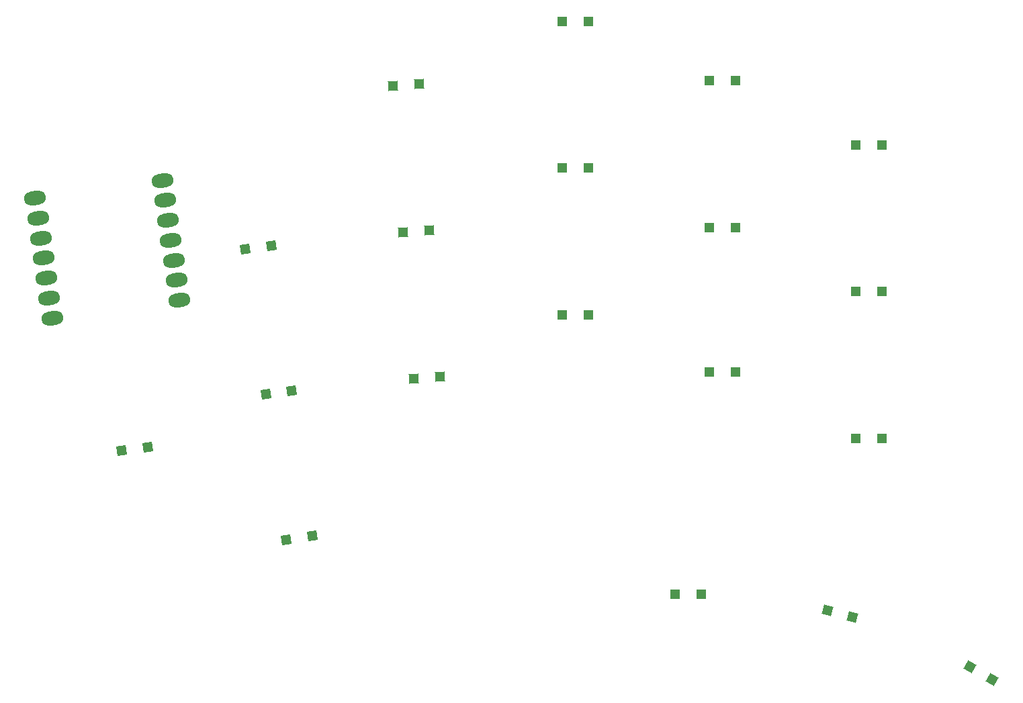
<source format=gbp>
G04 #@! TF.GenerationSoftware,KiCad,Pcbnew,(6.0.7-1)-1*
G04 #@! TF.CreationDate,2022-12-29T15:50:44-05:00*
G04 #@! TF.ProjectId,musubi,6d757375-6269-42e6-9b69-6361645f7063,rev?*
G04 #@! TF.SameCoordinates,Original*
G04 #@! TF.FileFunction,Paste,Bot*
G04 #@! TF.FilePolarity,Positive*
%FSLAX46Y46*%
G04 Gerber Fmt 4.6, Leading zero omitted, Abs format (unit mm)*
G04 Created by KiCad (PCBNEW (6.0.7-1)-1) date 2022-12-29 15:50:44*
%MOMM*%
%LPD*%
G01*
G04 APERTURE LIST*
G04 Aperture macros list*
%AMHorizOval*
0 Thick line with rounded ends*
0 $1 width*
0 $2 $3 position (X,Y) of the first rounded end (center of the circle)*
0 $4 $5 position (X,Y) of the second rounded end (center of the circle)*
0 Add line between two ends*
20,1,$1,$2,$3,$4,$5,0*
0 Add two circle primitives to create the rounded ends*
1,1,$1,$2,$3*
1,1,$1,$4,$5*%
%AMRotRect*
0 Rectangle, with rotation*
0 The origin of the aperture is its center*
0 $1 length*
0 $2 width*
0 $3 Rotation angle, in degrees counterclockwise*
0 Add horizontal line*
21,1,$1,$2,0,0,$3*%
G04 Aperture macros list end*
%ADD10R,1.200000X1.200000*%
%ADD11RotRect,1.200000X1.200000X184.000000*%
%ADD12RotRect,1.200000X1.200000X188.000000*%
%ADD13HorizOval,1.800000X0.470377X0.066107X-0.470377X-0.066107X0*%
%ADD14HorizOval,1.800000X-0.470377X-0.066107X0.470377X0.066107X0*%
%ADD15RotRect,1.200000X1.200000X165.000000*%
%ADD16RotRect,1.200000X1.200000X150.000000*%
G04 APERTURE END LIST*
D10*
X156518354Y-97992001D03*
X153218354Y-97992001D03*
D11*
X119266958Y-98563325D03*
X115974996Y-98793521D03*
D10*
X137995055Y-53741968D03*
X134695055Y-53741968D03*
X174994979Y-69341961D03*
X171694979Y-69341961D03*
D12*
X103192815Y-118662399D03*
X99924931Y-119121671D03*
D10*
X174994977Y-87841952D03*
X171694977Y-87841952D03*
X138000019Y-90741977D03*
X134700019Y-90741977D03*
D11*
X116687190Y-61670736D03*
X113395228Y-61900932D03*
D13*
X84319816Y-73820147D03*
X84673316Y-76335429D03*
X85026816Y-78850710D03*
X85380317Y-81365991D03*
X85733815Y-83881272D03*
X86087315Y-86396553D03*
X86440815Y-88911834D03*
D14*
X70408375Y-91165046D03*
X70054875Y-88649765D03*
X69701376Y-86134484D03*
X69347876Y-83619203D03*
X68994376Y-81103922D03*
X68640877Y-78588641D03*
X68287377Y-76073361D03*
D10*
X174994972Y-106341952D03*
X171694972Y-106341952D03*
X156518351Y-79741990D03*
X153218351Y-79741990D03*
D15*
X171311027Y-128919012D03*
X168123471Y-128064910D03*
D12*
X98047575Y-82052032D03*
X94779691Y-82511304D03*
D11*
X117978899Y-80143123D03*
X114686937Y-80373319D03*
D10*
X152241715Y-126005779D03*
X148941715Y-126005779D03*
D16*
X188919518Y-136755632D03*
X186061634Y-135105632D03*
D10*
X156518352Y-61241986D03*
X153218352Y-61241986D03*
D12*
X100617422Y-100337502D03*
X97349538Y-100796774D03*
D10*
X137995033Y-72241982D03*
X134695033Y-72241982D03*
D12*
X82431713Y-107460173D03*
X79163829Y-107919445D03*
M02*

</source>
